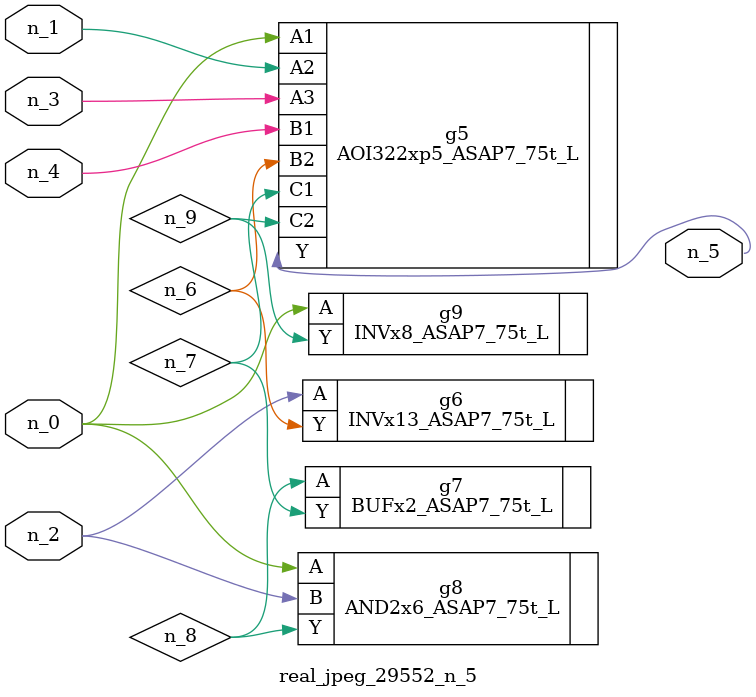
<source format=v>
module real_jpeg_29552_n_5 (n_4, n_0, n_1, n_2, n_3, n_5);

input n_4;
input n_0;
input n_1;
input n_2;
input n_3;

output n_5;

wire n_8;
wire n_6;
wire n_7;
wire n_9;

AOI322xp5_ASAP7_75t_L g5 ( 
.A1(n_0),
.A2(n_1),
.A3(n_3),
.B1(n_4),
.B2(n_6),
.C1(n_7),
.C2(n_9),
.Y(n_5)
);

AND2x6_ASAP7_75t_L g8 ( 
.A(n_0),
.B(n_2),
.Y(n_8)
);

INVx8_ASAP7_75t_L g9 ( 
.A(n_0),
.Y(n_9)
);

INVx13_ASAP7_75t_L g6 ( 
.A(n_2),
.Y(n_6)
);

BUFx2_ASAP7_75t_L g7 ( 
.A(n_8),
.Y(n_7)
);


endmodule
</source>
